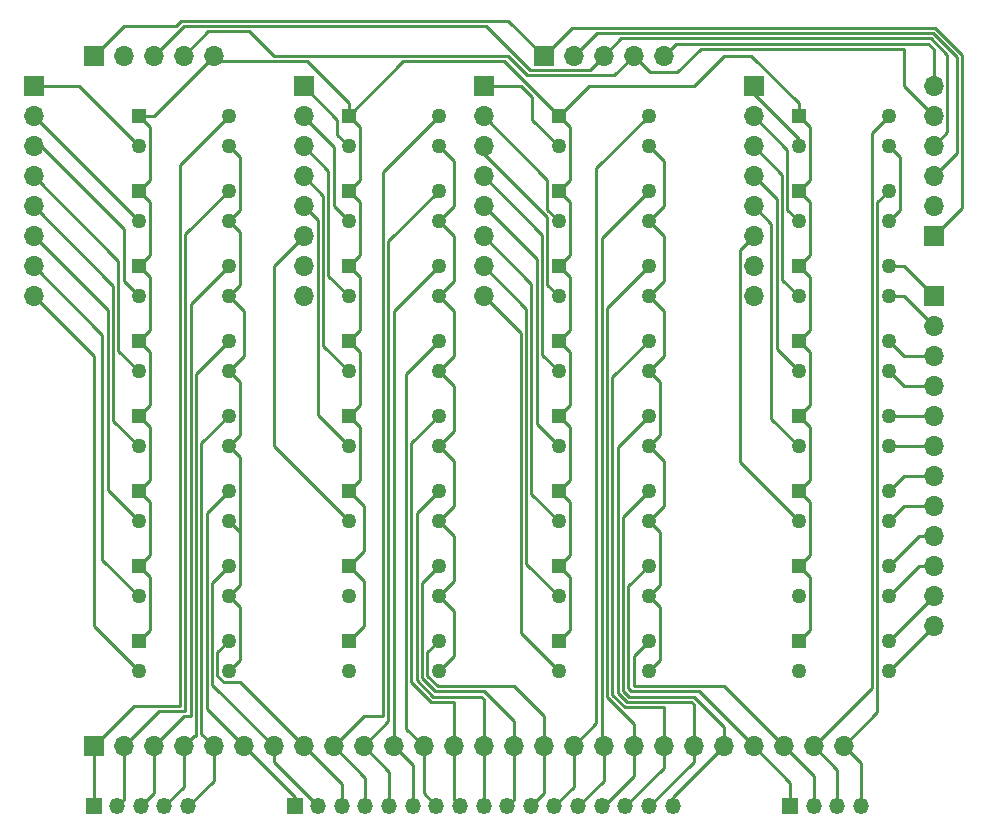
<source format=gbr>
%TF.GenerationSoftware,KiCad,Pcbnew,7.0.1*%
%TF.CreationDate,2023-11-08T17:30:37+01:00*%
%TF.ProjectId,keyboard,6b657962-6f61-4726-942e-6b696361645f,rev?*%
%TF.SameCoordinates,Original*%
%TF.FileFunction,Copper,L1,Top*%
%TF.FilePolarity,Positive*%
%FSLAX46Y46*%
G04 Gerber Fmt 4.6, Leading zero omitted, Abs format (unit mm)*
G04 Created by KiCad (PCBNEW 7.0.1) date 2023-11-08 17:30:37*
%MOMM*%
%LPD*%
G01*
G04 APERTURE LIST*
%TA.AperFunction,ComponentPad*%
%ADD10R,1.260000X1.260000*%
%TD*%
%TA.AperFunction,ComponentPad*%
%ADD11C,1.260000*%
%TD*%
%TA.AperFunction,ComponentPad*%
%ADD12R,1.700000X1.700000*%
%TD*%
%TA.AperFunction,ComponentPad*%
%ADD13O,1.700000X1.700000*%
%TD*%
%TA.AperFunction,ComponentPad*%
%ADD14O,1.350000X1.350000*%
%TD*%
%TA.AperFunction,ComponentPad*%
%ADD15R,1.350000X1.350000*%
%TD*%
%TA.AperFunction,Conductor*%
%ADD16C,0.250000*%
%TD*%
G04 APERTURE END LIST*
D10*
%TO.P,Q30,1*%
%TO.N,Net-(J7-Pin_5)*%
X151130000Y-77470000D03*
D11*
%TO.P,Q30,2*%
%TO.N,Net-(J4-Pin_6)*%
X151130000Y-80010000D03*
%TO.P,Q30,3*%
%TO.N,Net-(J6-Pin_8)*%
X158750000Y-80010000D03*
%TO.P,Q30,4*%
%TO.N,Net-(J6-Pin_7)*%
X158750000Y-77470000D03*
%TD*%
D12*
%TO.P,J4,1,Pin_1*%
%TO.N,Net-(J4-Pin_1)*%
X147320000Y-43180000D03*
D13*
%TO.P,J4,2,Pin_2*%
%TO.N,Net-(J4-Pin_2)*%
X147320000Y-45720000D03*
%TO.P,J4,3,Pin_3*%
%TO.N,Net-(J4-Pin_3)*%
X147320000Y-48260000D03*
%TO.P,J4,4,Pin_4*%
%TO.N,Net-(J4-Pin_4)*%
X147320000Y-50800000D03*
%TO.P,J4,5,Pin_5*%
%TO.N,Net-(J4-Pin_5)*%
X147320000Y-53340000D03*
%TO.P,J4,6,Pin_6*%
%TO.N,Net-(J4-Pin_6)*%
X147320000Y-55880000D03*
%TO.P,J4,7,Pin_7*%
%TO.N,Net-(J4-Pin_7)*%
X147320000Y-58420000D03*
%TO.P,J4,8,Pin_8*%
%TO.N,Net-(J4-Pin_8)*%
X147320000Y-60960000D03*
%TD*%
D12*
%TO.P,J2,1,Pin_1*%
%TO.N,Net-(J2-Pin_1)*%
X109220000Y-43180000D03*
D13*
%TO.P,J2,2,Pin_2*%
%TO.N,Net-(J2-Pin_2)*%
X109220000Y-45720000D03*
%TO.P,J2,3,Pin_3*%
%TO.N,Net-(J2-Pin_3)*%
X109220000Y-48260000D03*
%TO.P,J2,4,Pin_4*%
%TO.N,Net-(J2-Pin_4)*%
X109220000Y-50800000D03*
%TO.P,J2,5,Pin_5*%
%TO.N,Net-(J2-Pin_5)*%
X109220000Y-53340000D03*
%TO.P,J2,6,Pin_6*%
%TO.N,Net-(J2-Pin_6)*%
X109220000Y-55880000D03*
%TO.P,J2,7,Pin_7*%
%TO.N,Net-(J2-Pin_7)*%
X109220000Y-58420000D03*
%TO.P,J2,8,Pin_8*%
%TO.N,Net-(J2-Pin_8)*%
X109220000Y-60960000D03*
%TD*%
D12*
%TO.P,J7,1,Pin_1*%
%TO.N,Net-(J7-Pin_1)*%
X91440000Y-40640000D03*
D13*
%TO.P,J7,2,Pin_2*%
%TO.N,Net-(J7-Pin_2)*%
X93980000Y-40640000D03*
%TO.P,J7,3,Pin_3*%
%TO.N,Net-(J7-Pin_3)*%
X96520000Y-40640000D03*
%TO.P,J7,4,Pin_4*%
%TO.N,Net-(J7-Pin_4)*%
X99060000Y-40640000D03*
%TO.P,J7,5,Pin_5*%
%TO.N,Net-(J7-Pin_5)*%
X101600000Y-40640000D03*
%TD*%
D10*
%TO.P,Q7,1*%
%TO.N,Net-(J7-Pin_5)*%
X95250000Y-83820000D03*
D11*
%TO.P,Q7,2*%
%TO.N,Net-(J1-Pin_7)*%
X95250000Y-86360000D03*
%TO.P,Q7,3*%
%TO.N,Net-(Q1-Pad3)*%
X102870000Y-86360000D03*
%TO.P,Q7,4*%
%TO.N,Net-(J11-Pin_2)*%
X102870000Y-83820000D03*
%TD*%
D12*
%TO.P,J9,1,Pin_1*%
%TO.N,Net-(J7-Pin_1)*%
X162560000Y-55880000D03*
D13*
%TO.P,J9,2,Pin_2*%
%TO.N,Net-(J7-Pin_2)*%
X162560000Y-53340000D03*
%TO.P,J9,3,Pin_3*%
%TO.N,Net-(J8-Pin_2)*%
X162560000Y-50800000D03*
%TO.P,J9,4,Pin_4*%
%TO.N,Net-(J7-Pin_3)*%
X162560000Y-48260000D03*
%TO.P,J9,5,Pin_5*%
%TO.N,Net-(J7-Pin_4)*%
X162560000Y-45720000D03*
%TO.P,J9,6,Pin_6*%
%TO.N,Net-(J7-Pin_5)*%
X162560000Y-43180000D03*
%TD*%
D14*
%TO.P,J12,4,Pin_4*%
%TO.N,Net-(J12-Pin_4)*%
X156400000Y-104140000D03*
%TO.P,J12,3,Pin_3*%
%TO.N,Net-(J12-Pin_3)*%
X154400000Y-104140000D03*
%TO.P,J12,2,Pin_2*%
%TO.N,Net-(J12-Pin_2)*%
X152400000Y-104140000D03*
D15*
%TO.P,J12,1,Pin_1*%
%TO.N,Net-(J12-Pin_1)*%
X150400000Y-104140000D03*
%TD*%
%TO.P,J11,1,Pin_1*%
%TO.N,Net-(J11-Pin_1)*%
X108460000Y-104140000D03*
D14*
%TO.P,J11,2,Pin_2*%
%TO.N,Net-(J11-Pin_2)*%
X110460000Y-104140000D03*
%TO.P,J11,3,Pin_3*%
%TO.N,Net-(J11-Pin_3)*%
X112460000Y-104140000D03*
%TO.P,J11,4,Pin_4*%
%TO.N,Net-(J11-Pin_4)*%
X114460000Y-104140000D03*
%TO.P,J11,5,Pin_5*%
%TO.N,Net-(J11-Pin_5)*%
X116460000Y-104140000D03*
%TO.P,J11,6,Pin_6*%
%TO.N,Net-(J11-Pin_6)*%
X118460000Y-104140000D03*
%TO.P,J11,7,Pin_7*%
%TO.N,Net-(J11-Pin_7)*%
X120460000Y-104140000D03*
%TO.P,J11,8,Pin_8*%
%TO.N,Net-(J11-Pin_8)*%
X122460000Y-104140000D03*
%TO.P,J11,9,Pin_9*%
%TO.N,Net-(J11-Pin_9)*%
X124460000Y-104140000D03*
%TO.P,J11,10,Pin_10*%
%TO.N,Net-(J11-Pin_10)*%
X126460000Y-104140000D03*
%TO.P,J11,11,Pin_11*%
%TO.N,Net-(J11-Pin_11)*%
X128460000Y-104140000D03*
%TO.P,J11,12,Pin_12*%
%TO.N,Net-(J11-Pin_12)*%
X130460000Y-104140000D03*
%TO.P,J11,13,Pin_13*%
%TO.N,Net-(J11-Pin_13)*%
X132460000Y-104140000D03*
%TO.P,J11,14,Pin_14*%
%TO.N,Net-(J11-Pin_14)*%
X134460000Y-104140000D03*
%TO.P,J11,15,Pin_15*%
%TO.N,Net-(J11-Pin_15)*%
X136460000Y-104140000D03*
%TO.P,J11,16,Pin_16*%
%TO.N,Net-(J11-Pin_16)*%
X138460000Y-104140000D03*
%TO.P,J11,17,Pin_17*%
%TO.N,Net-(J11-Pin_17)*%
X140460000Y-104140000D03*
%TD*%
D15*
%TO.P,J10,1,Pin_1*%
%TO.N,Net-(J10-Pin_1)*%
X91440000Y-104140000D03*
D14*
%TO.P,J10,2,Pin_2*%
%TO.N,Net-(J10-Pin_2)*%
X93440000Y-104140000D03*
%TO.P,J10,3,Pin_3*%
%TO.N,Net-(J10-Pin_3)*%
X95440000Y-104140000D03*
%TO.P,J10,4,Pin_4*%
%TO.N,Net-(J10-Pin_4)*%
X97440000Y-104140000D03*
%TO.P,J10,5,Pin_5*%
%TO.N,Net-(J10-Pin_5)*%
X99440000Y-104140000D03*
%TD*%
D12*
%TO.P,J8,1,Pin_1*%
%TO.N,Net-(J7-Pin_1)*%
X129540000Y-40640000D03*
D13*
%TO.P,J8,2,Pin_2*%
%TO.N,Net-(J8-Pin_2)*%
X132080000Y-40640000D03*
%TO.P,J8,3,Pin_3*%
%TO.N,Net-(J7-Pin_3)*%
X134620000Y-40640000D03*
%TO.P,J8,4,Pin_4*%
%TO.N,Net-(J7-Pin_4)*%
X137160000Y-40640000D03*
%TO.P,J8,5,Pin_5*%
%TO.N,Net-(J7-Pin_5)*%
X139700000Y-40640000D03*
%TD*%
D10*
%TO.P,Q17,1*%
%TO.N,Net-(J7-Pin_5)*%
X130810000Y-45720000D03*
D11*
%TO.P,Q17,2*%
%TO.N,Net-(J3-Pin_1)*%
X130810000Y-48260000D03*
%TO.P,Q17,3*%
%TO.N,Net-(Q1-Pad3)*%
X138430000Y-48260000D03*
%TO.P,Q17,4*%
%TO.N,Net-(J11-Pin_12)*%
X138430000Y-45720000D03*
%TD*%
D10*
%TO.P,Q11,1*%
%TO.N,Net-(J7-Pin_5)*%
X113030000Y-58420000D03*
D11*
%TO.P,Q11,2*%
%TO.N,Net-(J2-Pin_3)*%
X113030000Y-60960000D03*
%TO.P,Q11,3*%
%TO.N,Net-(Q1-Pad3)*%
X120650000Y-60960000D03*
%TO.P,Q11,4*%
%TO.N,Net-(J11-Pin_6)*%
X120650000Y-58420000D03*
%TD*%
D10*
%TO.P,Q24,1*%
%TO.N,Net-(J7-Pin_5)*%
X130810000Y-90170000D03*
D11*
%TO.P,Q24,2*%
%TO.N,Net-(J3-Pin_8)*%
X130810000Y-92710000D03*
%TO.P,Q24,3*%
%TO.N,Net-(Q1-Pad3)*%
X138430000Y-92710000D03*
%TO.P,Q24,4*%
%TO.N,Net-(J12-Pin_2)*%
X138430000Y-90170000D03*
%TD*%
D10*
%TO.P,Q20,1*%
%TO.N,Net-(J7-Pin_5)*%
X130810000Y-64770000D03*
D11*
%TO.P,Q20,2*%
%TO.N,Net-(J3-Pin_4)*%
X130810000Y-67310000D03*
%TO.P,Q20,3*%
%TO.N,Net-(Q1-Pad3)*%
X138430000Y-67310000D03*
%TO.P,Q20,4*%
%TO.N,Net-(J11-Pin_15)*%
X138430000Y-64770000D03*
%TD*%
D10*
%TO.P,Q8,1*%
%TO.N,Net-(J7-Pin_5)*%
X95250000Y-90170000D03*
D11*
%TO.P,Q8,2*%
%TO.N,Net-(J1-Pin_8)*%
X95250000Y-92710000D03*
%TO.P,Q8,3*%
%TO.N,Net-(Q1-Pad3)*%
X102870000Y-92710000D03*
%TO.P,Q8,4*%
%TO.N,Net-(J11-Pin_3)*%
X102870000Y-90170000D03*
%TD*%
D10*
%TO.P,Q13,1*%
%TO.N,Net-(J7-Pin_5)*%
X113030000Y-71120000D03*
D11*
%TO.P,Q13,2*%
%TO.N,Net-(J2-Pin_5)*%
X113030000Y-73660000D03*
%TO.P,Q13,3*%
%TO.N,Net-(Q1-Pad3)*%
X120650000Y-73660000D03*
%TO.P,Q13,4*%
%TO.N,Net-(J11-Pin_8)*%
X120650000Y-71120000D03*
%TD*%
D10*
%TO.P,Q2,1*%
%TO.N,Net-(J7-Pin_5)*%
X95250000Y-52070000D03*
D11*
%TO.P,Q2,2*%
%TO.N,Net-(J1-Pin_2)*%
X95250000Y-54610000D03*
%TO.P,Q2,3*%
%TO.N,Net-(Q1-Pad3)*%
X102870000Y-54610000D03*
%TO.P,Q2,4*%
%TO.N,Net-(J10-Pin_2)*%
X102870000Y-52070000D03*
%TD*%
D10*
%TO.P,Q23,1*%
%TO.N,Net-(J7-Pin_5)*%
X130810000Y-83820000D03*
D11*
%TO.P,Q23,2*%
%TO.N,Net-(J3-Pin_7)*%
X130810000Y-86360000D03*
%TO.P,Q23,3*%
%TO.N,Net-(Q1-Pad3)*%
X138430000Y-86360000D03*
%TO.P,Q23,4*%
%TO.N,Net-(J12-Pin_1)*%
X138430000Y-83820000D03*
%TD*%
D10*
%TO.P,Q32,1*%
%TO.N,Net-(J7-Pin_5)*%
X151130000Y-90170000D03*
D11*
%TO.P,Q32,2*%
%TO.N,Net-(J4-Pin_8)*%
X151130000Y-92710000D03*
%TO.P,Q32,3*%
%TO.N,Net-(J6-Pin_12)*%
X158750000Y-92710000D03*
%TO.P,Q32,4*%
%TO.N,Net-(J6-Pin_11)*%
X158750000Y-90170000D03*
%TD*%
D10*
%TO.P,Q28,1*%
%TO.N,Net-(J7-Pin_5)*%
X151130000Y-64770000D03*
D11*
%TO.P,Q28,2*%
%TO.N,Net-(J4-Pin_4)*%
X151130000Y-67310000D03*
%TO.P,Q28,3*%
%TO.N,Net-(J6-Pin_4)*%
X158750000Y-67310000D03*
%TO.P,Q28,4*%
%TO.N,Net-(J6-Pin_3)*%
X158750000Y-64770000D03*
%TD*%
D10*
%TO.P,Q19,1*%
%TO.N,Net-(J7-Pin_5)*%
X130810000Y-58420000D03*
D11*
%TO.P,Q19,2*%
%TO.N,Net-(J3-Pin_3)*%
X130810000Y-60960000D03*
%TO.P,Q19,3*%
%TO.N,Net-(Q1-Pad3)*%
X138430000Y-60960000D03*
%TO.P,Q19,4*%
%TO.N,Net-(J11-Pin_14)*%
X138430000Y-58420000D03*
%TD*%
D10*
%TO.P,Q18,1*%
%TO.N,Net-(J7-Pin_5)*%
X130810000Y-52070000D03*
D11*
%TO.P,Q18,2*%
%TO.N,Net-(J3-Pin_2)*%
X130810000Y-54610000D03*
%TO.P,Q18,3*%
%TO.N,Net-(Q1-Pad3)*%
X138430000Y-54610000D03*
%TO.P,Q18,4*%
%TO.N,Net-(J11-Pin_13)*%
X138430000Y-52070000D03*
%TD*%
D10*
%TO.P,Q6,1*%
%TO.N,Net-(J7-Pin_5)*%
X95250000Y-77470000D03*
D11*
%TO.P,Q6,2*%
%TO.N,Net-(J1-Pin_6)*%
X95250000Y-80010000D03*
%TO.P,Q6,3*%
%TO.N,Net-(Q1-Pad3)*%
X102870000Y-80010000D03*
%TO.P,Q6,4*%
%TO.N,Net-(J11-Pin_1)*%
X102870000Y-77470000D03*
%TD*%
D10*
%TO.P,Q14,1*%
%TO.N,Net-(J7-Pin_5)*%
X113030000Y-77470000D03*
D11*
%TO.P,Q14,2*%
%TO.N,Net-(J2-Pin_6)*%
X113030000Y-80010000D03*
%TO.P,Q14,3*%
%TO.N,Net-(Q1-Pad3)*%
X120650000Y-80010000D03*
%TO.P,Q14,4*%
%TO.N,Net-(J11-Pin_9)*%
X120650000Y-77470000D03*
%TD*%
D10*
%TO.P,Q27,1*%
%TO.N,Net-(J7-Pin_5)*%
X151130000Y-58420000D03*
D11*
%TO.P,Q27,2*%
%TO.N,Net-(J4-Pin_3)*%
X151130000Y-60960000D03*
%TO.P,Q27,3*%
%TO.N,Net-(J6-Pin_2)*%
X158750000Y-60960000D03*
%TO.P,Q27,4*%
%TO.N,Net-(J6-Pin_1)*%
X158750000Y-58420000D03*
%TD*%
D10*
%TO.P,Q25,1*%
%TO.N,Net-(J7-Pin_5)*%
X151130000Y-45720000D03*
D11*
%TO.P,Q25,2*%
%TO.N,Net-(J4-Pin_1)*%
X151130000Y-48260000D03*
%TO.P,Q25,3*%
%TO.N,Net-(Q1-Pad3)*%
X158750000Y-48260000D03*
%TO.P,Q25,4*%
%TO.N,Net-(J12-Pin_3)*%
X158750000Y-45720000D03*
%TD*%
D10*
%TO.P,Q5,1*%
%TO.N,Net-(J7-Pin_5)*%
X95250000Y-71120000D03*
D11*
%TO.P,Q5,2*%
%TO.N,Net-(J1-Pin_5)*%
X95250000Y-73660000D03*
%TO.P,Q5,3*%
%TO.N,Net-(Q1-Pad3)*%
X102870000Y-73660000D03*
%TO.P,Q5,4*%
%TO.N,Net-(J10-Pin_5)*%
X102870000Y-71120000D03*
%TD*%
D10*
%TO.P,Q29,1*%
%TO.N,Net-(J7-Pin_5)*%
X151130000Y-71120000D03*
D11*
%TO.P,Q29,2*%
%TO.N,Net-(J4-Pin_5)*%
X151130000Y-73660000D03*
%TO.P,Q29,3*%
%TO.N,Net-(J6-Pin_6)*%
X158750000Y-73660000D03*
%TO.P,Q29,4*%
%TO.N,Net-(J6-Pin_5)*%
X158750000Y-71120000D03*
%TD*%
D10*
%TO.P,Q21,1*%
%TO.N,Net-(J7-Pin_5)*%
X130810000Y-71120000D03*
D11*
%TO.P,Q21,2*%
%TO.N,Net-(J3-Pin_5)*%
X130810000Y-73660000D03*
%TO.P,Q21,3*%
%TO.N,Net-(Q1-Pad3)*%
X138430000Y-73660000D03*
%TO.P,Q21,4*%
%TO.N,Net-(J11-Pin_16)*%
X138430000Y-71120000D03*
%TD*%
D10*
%TO.P,Q15,1*%
%TO.N,Net-(J7-Pin_5)*%
X113030000Y-83820000D03*
D11*
%TO.P,Q15,2*%
%TO.N,Net-(J2-Pin_7)*%
X113030000Y-86360000D03*
%TO.P,Q15,3*%
%TO.N,Net-(Q1-Pad3)*%
X120650000Y-86360000D03*
%TO.P,Q15,4*%
%TO.N,Net-(J11-Pin_10)*%
X120650000Y-83820000D03*
%TD*%
D10*
%TO.P,Q12,1*%
%TO.N,Net-(J7-Pin_5)*%
X113030000Y-64770000D03*
D11*
%TO.P,Q12,2*%
%TO.N,Net-(J2-Pin_4)*%
X113030000Y-67310000D03*
%TO.P,Q12,3*%
%TO.N,Net-(Q1-Pad3)*%
X120650000Y-67310000D03*
%TO.P,Q12,4*%
%TO.N,Net-(J11-Pin_7)*%
X120650000Y-64770000D03*
%TD*%
D10*
%TO.P,Q4,1*%
%TO.N,Net-(J7-Pin_5)*%
X95250000Y-64770000D03*
D11*
%TO.P,Q4,2*%
%TO.N,Net-(J1-Pin_4)*%
X95250000Y-67310000D03*
%TO.P,Q4,3*%
%TO.N,Net-(Q1-Pad3)*%
X102870000Y-67310000D03*
%TO.P,Q4,4*%
%TO.N,Net-(J10-Pin_4)*%
X102870000Y-64770000D03*
%TD*%
D10*
%TO.P,Q31,1*%
%TO.N,Net-(J7-Pin_5)*%
X151130000Y-83820000D03*
D11*
%TO.P,Q31,2*%
%TO.N,Net-(J4-Pin_7)*%
X151130000Y-86360000D03*
%TO.P,Q31,3*%
%TO.N,Net-(J6-Pin_10)*%
X158750000Y-86360000D03*
%TO.P,Q31,4*%
%TO.N,Net-(J6-Pin_9)*%
X158750000Y-83820000D03*
%TD*%
D10*
%TO.P,Q26,1*%
%TO.N,Net-(J7-Pin_5)*%
X151130000Y-52070000D03*
D11*
%TO.P,Q26,2*%
%TO.N,Net-(J4-Pin_2)*%
X151130000Y-54610000D03*
%TO.P,Q26,3*%
%TO.N,Net-(Q1-Pad3)*%
X158750000Y-54610000D03*
%TO.P,Q26,4*%
%TO.N,Net-(J12-Pin_4)*%
X158750000Y-52070000D03*
%TD*%
D10*
%TO.P,Q22,1*%
%TO.N,Net-(J7-Pin_5)*%
X130810000Y-77470000D03*
D11*
%TO.P,Q22,2*%
%TO.N,Net-(J3-Pin_6)*%
X130810000Y-80010000D03*
%TO.P,Q22,3*%
%TO.N,Net-(Q1-Pad3)*%
X138430000Y-80010000D03*
%TO.P,Q22,4*%
%TO.N,Net-(J11-Pin_17)*%
X138430000Y-77470000D03*
%TD*%
D10*
%TO.P,Q9,1*%
%TO.N,Net-(J7-Pin_5)*%
X113030000Y-45720000D03*
D11*
%TO.P,Q9,2*%
%TO.N,Net-(J2-Pin_1)*%
X113030000Y-48260000D03*
%TO.P,Q9,3*%
%TO.N,Net-(Q1-Pad3)*%
X120650000Y-48260000D03*
%TO.P,Q9,4*%
%TO.N,Net-(J11-Pin_4)*%
X120650000Y-45720000D03*
%TD*%
D10*
%TO.P,Q16,1*%
%TO.N,Net-(J7-Pin_5)*%
X113030000Y-90170000D03*
D11*
%TO.P,Q16,2*%
%TO.N,Net-(J2-Pin_8)*%
X113030000Y-92710000D03*
%TO.P,Q16,3*%
%TO.N,Net-(Q1-Pad3)*%
X120650000Y-92710000D03*
%TO.P,Q16,4*%
%TO.N,Net-(J11-Pin_11)*%
X120650000Y-90170000D03*
%TD*%
D10*
%TO.P,Q3,1*%
%TO.N,Net-(J7-Pin_5)*%
X95250000Y-58420000D03*
D11*
%TO.P,Q3,2*%
%TO.N,Net-(J1-Pin_3)*%
X95250000Y-60960000D03*
%TO.P,Q3,3*%
%TO.N,Net-(Q1-Pad3)*%
X102870000Y-60960000D03*
%TO.P,Q3,4*%
%TO.N,Net-(J10-Pin_3)*%
X102870000Y-58420000D03*
%TD*%
D10*
%TO.P,Q1,1*%
%TO.N,Net-(J7-Pin_5)*%
X95250000Y-45720000D03*
D11*
%TO.P,Q1,2*%
%TO.N,Net-(J1-Pin_1)*%
X95250000Y-48260000D03*
%TO.P,Q1,3*%
%TO.N,Net-(Q1-Pad3)*%
X102870000Y-48260000D03*
%TO.P,Q1,4*%
%TO.N,Net-(J10-Pin_1)*%
X102870000Y-45720000D03*
%TD*%
D10*
%TO.P,Q10,1*%
%TO.N,Net-(J7-Pin_5)*%
X113030000Y-52070000D03*
D11*
%TO.P,Q10,2*%
%TO.N,Net-(J2-Pin_2)*%
X113030000Y-54610000D03*
%TO.P,Q10,3*%
%TO.N,Net-(Q1-Pad3)*%
X120650000Y-54610000D03*
%TO.P,Q10,4*%
%TO.N,Net-(J11-Pin_5)*%
X120650000Y-52070000D03*
%TD*%
D12*
%TO.P,J1,1,Pin_1*%
%TO.N,Net-(J1-Pin_1)*%
X86360000Y-43180000D03*
D13*
%TO.P,J1,2,Pin_2*%
%TO.N,Net-(J1-Pin_2)*%
X86360000Y-45720000D03*
%TO.P,J1,3,Pin_3*%
%TO.N,Net-(J1-Pin_3)*%
X86360000Y-48260000D03*
%TO.P,J1,4,Pin_4*%
%TO.N,Net-(J1-Pin_4)*%
X86360000Y-50800000D03*
%TO.P,J1,5,Pin_5*%
%TO.N,Net-(J1-Pin_5)*%
X86360000Y-53340000D03*
%TO.P,J1,6,Pin_6*%
%TO.N,Net-(J1-Pin_6)*%
X86360000Y-55880000D03*
%TO.P,J1,7,Pin_7*%
%TO.N,Net-(J1-Pin_7)*%
X86360000Y-58420000D03*
%TO.P,J1,8,Pin_8*%
%TO.N,Net-(J1-Pin_8)*%
X86360000Y-60960000D03*
%TD*%
D12*
%TO.P,J5,1,Pin_1*%
%TO.N,Net-(J10-Pin_1)*%
X91440000Y-99060000D03*
D13*
%TO.P,J5,2,Pin_2*%
%TO.N,Net-(J10-Pin_2)*%
X93980000Y-99060000D03*
%TO.P,J5,3,Pin_3*%
%TO.N,Net-(J10-Pin_3)*%
X96520000Y-99060000D03*
%TO.P,J5,4,Pin_4*%
%TO.N,Net-(J10-Pin_4)*%
X99060000Y-99060000D03*
%TO.P,J5,5,Pin_5*%
%TO.N,Net-(J10-Pin_5)*%
X101600000Y-99060000D03*
%TO.P,J5,6,Pin_6*%
%TO.N,Net-(J11-Pin_1)*%
X104140000Y-99060000D03*
%TO.P,J5,7,Pin_7*%
%TO.N,Net-(J11-Pin_2)*%
X106680000Y-99060000D03*
%TO.P,J5,8,Pin_8*%
%TO.N,Net-(J11-Pin_3)*%
X109220000Y-99060000D03*
%TO.P,J5,9,Pin_9*%
%TO.N,Net-(J11-Pin_4)*%
X111760000Y-99060000D03*
%TO.P,J5,10,Pin_10*%
%TO.N,Net-(J11-Pin_5)*%
X114300000Y-99060000D03*
%TO.P,J5,11,Pin_11*%
%TO.N,Net-(J11-Pin_6)*%
X116840000Y-99060000D03*
%TO.P,J5,12,Pin_12*%
%TO.N,Net-(J11-Pin_7)*%
X119380000Y-99060000D03*
%TO.P,J5,13,Pin_13*%
%TO.N,Net-(J11-Pin_8)*%
X121920000Y-99060000D03*
%TO.P,J5,14,Pin_14*%
%TO.N,Net-(J11-Pin_9)*%
X124460000Y-99060000D03*
%TO.P,J5,15,Pin_15*%
%TO.N,Net-(J11-Pin_10)*%
X127000000Y-99060000D03*
%TO.P,J5,16,Pin_16*%
%TO.N,Net-(J11-Pin_11)*%
X129540000Y-99060000D03*
%TO.P,J5,17,Pin_17*%
%TO.N,Net-(J11-Pin_12)*%
X132080000Y-99060000D03*
%TO.P,J5,18,Pin_18*%
%TO.N,Net-(J11-Pin_13)*%
X134620000Y-99060000D03*
%TO.P,J5,19,Pin_19*%
%TO.N,Net-(J11-Pin_14)*%
X137160000Y-99060000D03*
%TO.P,J5,20,Pin_20*%
%TO.N,Net-(J11-Pin_15)*%
X139700000Y-99060000D03*
%TO.P,J5,21,Pin_21*%
%TO.N,Net-(J11-Pin_16)*%
X142240000Y-99060000D03*
%TO.P,J5,22,Pin_22*%
%TO.N,Net-(J11-Pin_17)*%
X144780000Y-99060000D03*
%TO.P,J5,23,Pin_23*%
%TO.N,Net-(J12-Pin_1)*%
X147320000Y-99060000D03*
%TO.P,J5,24,Pin_24*%
%TO.N,Net-(J12-Pin_2)*%
X149860000Y-99060000D03*
%TO.P,J5,25,Pin_25*%
%TO.N,Net-(J12-Pin_3)*%
X152400000Y-99060000D03*
%TO.P,J5,26,Pin_26*%
%TO.N,Net-(J12-Pin_4)*%
X154940000Y-99060000D03*
%TD*%
D12*
%TO.P,J6,1,Pin_1*%
%TO.N,Net-(J6-Pin_1)*%
X162560000Y-60960000D03*
D13*
%TO.P,J6,2,Pin_2*%
%TO.N,Net-(J6-Pin_2)*%
X162560000Y-63500000D03*
%TO.P,J6,3,Pin_3*%
%TO.N,Net-(J6-Pin_3)*%
X162560000Y-66040000D03*
%TO.P,J6,4,Pin_4*%
%TO.N,Net-(J6-Pin_4)*%
X162560000Y-68580000D03*
%TO.P,J6,5,Pin_5*%
%TO.N,Net-(J6-Pin_5)*%
X162560000Y-71120000D03*
%TO.P,J6,6,Pin_6*%
%TO.N,Net-(J6-Pin_6)*%
X162560000Y-73660000D03*
%TO.P,J6,7,Pin_7*%
%TO.N,Net-(J6-Pin_7)*%
X162560000Y-76200000D03*
%TO.P,J6,8,Pin_8*%
%TO.N,Net-(J6-Pin_8)*%
X162560000Y-78740000D03*
%TO.P,J6,9,Pin_9*%
%TO.N,Net-(J6-Pin_9)*%
X162560000Y-81280000D03*
%TO.P,J6,10,Pin_10*%
%TO.N,Net-(J6-Pin_10)*%
X162560000Y-83820000D03*
%TO.P,J6,11,Pin_11*%
%TO.N,Net-(J6-Pin_11)*%
X162560000Y-86360000D03*
%TO.P,J6,12,Pin_12*%
%TO.N,Net-(J6-Pin_12)*%
X162560000Y-88900000D03*
%TD*%
D12*
%TO.P,J3,1,Pin_1*%
%TO.N,Net-(J3-Pin_1)*%
X124460000Y-43180000D03*
D13*
%TO.P,J3,2,Pin_2*%
%TO.N,Net-(J3-Pin_2)*%
X124460000Y-45720000D03*
%TO.P,J3,3,Pin_3*%
%TO.N,Net-(J3-Pin_3)*%
X124460000Y-48260000D03*
%TO.P,J3,4,Pin_4*%
%TO.N,Net-(J3-Pin_4)*%
X124460000Y-50800000D03*
%TO.P,J3,5,Pin_5*%
%TO.N,Net-(J3-Pin_5)*%
X124460000Y-53340000D03*
%TO.P,J3,6,Pin_6*%
%TO.N,Net-(J3-Pin_6)*%
X124460000Y-55880000D03*
%TO.P,J3,7,Pin_7*%
%TO.N,Net-(J3-Pin_7)*%
X124460000Y-58420000D03*
%TO.P,J3,8,Pin_8*%
%TO.N,Net-(J3-Pin_8)*%
X124460000Y-60960000D03*
%TD*%
D16*
%TO.N,Net-(J7-Pin_1)*%
X91440000Y-40640000D02*
X93980000Y-38100000D01*
X126550000Y-37650000D02*
X129540000Y-40640000D01*
X93980000Y-38100000D02*
X98423604Y-38100000D01*
X98423604Y-38100000D02*
X98873604Y-37650000D01*
X98873604Y-37650000D02*
X126550000Y-37650000D01*
%TO.N,Net-(J7-Pin_5)*%
X130810000Y-83820000D02*
X131765000Y-84775000D01*
X131765000Y-84775000D02*
X131765000Y-89215000D01*
X131765000Y-89215000D02*
X130810000Y-90170000D01*
X130810000Y-77470000D02*
X131765000Y-78425000D01*
X131765000Y-78425000D02*
X131765000Y-82865000D01*
X131765000Y-82865000D02*
X130810000Y-83820000D01*
X130810000Y-71120000D02*
X131765000Y-72075000D01*
X131765000Y-72075000D02*
X131765000Y-76515000D01*
X131765000Y-76515000D02*
X130810000Y-77470000D01*
X130810000Y-64770000D02*
X131765000Y-65725000D01*
X131765000Y-65725000D02*
X131765000Y-70165000D01*
X131765000Y-70165000D02*
X130810000Y-71120000D01*
X130810000Y-58420000D02*
X131765000Y-59375000D01*
X131765000Y-59375000D02*
X131765000Y-63815000D01*
X131765000Y-63815000D02*
X130810000Y-64770000D01*
X130810000Y-52070000D02*
X131765000Y-53025000D01*
X131765000Y-53025000D02*
X131765000Y-57465000D01*
X131765000Y-57465000D02*
X130810000Y-58420000D01*
X130810000Y-45720000D02*
X131765000Y-46675000D01*
X131765000Y-46675000D02*
X131765000Y-51115000D01*
X131765000Y-51115000D02*
X130810000Y-52070000D01*
X151130000Y-83820000D02*
X152085000Y-84775000D01*
X152085000Y-84775000D02*
X152085000Y-89215000D01*
X152085000Y-89215000D02*
X151130000Y-90170000D01*
X151130000Y-77470000D02*
X152085000Y-78425000D01*
X152085000Y-78425000D02*
X152085000Y-82865000D01*
X152085000Y-82865000D02*
X151130000Y-83820000D01*
X151130000Y-71120000D02*
X152085000Y-72075000D01*
X152085000Y-72075000D02*
X152085000Y-76515000D01*
X152085000Y-76515000D02*
X151130000Y-77470000D01*
X151130000Y-64770000D02*
X152085000Y-65725000D01*
X152085000Y-65725000D02*
X152085000Y-70165000D01*
X152085000Y-70165000D02*
X151130000Y-71120000D01*
X151130000Y-58420000D02*
X152085000Y-59375000D01*
X152085000Y-59375000D02*
X152085000Y-63815000D01*
X152085000Y-63815000D02*
X151130000Y-64770000D01*
X151130000Y-52070000D02*
X152085000Y-53025000D01*
X152085000Y-57465000D02*
X151130000Y-58420000D01*
X152085000Y-53025000D02*
X152085000Y-57465000D01*
X151130000Y-45720000D02*
X152085000Y-46675000D01*
X152085000Y-46675000D02*
X152085000Y-51115000D01*
X152085000Y-51115000D02*
X151130000Y-52070000D01*
%TO.N,Net-(J4-Pin_6)*%
X147320000Y-55880000D02*
X146145000Y-57055000D01*
X146145000Y-57055000D02*
X146145000Y-75025000D01*
X146145000Y-75025000D02*
X151130000Y-80010000D01*
%TO.N,Net-(J4-Pin_5)*%
X147320000Y-53340000D02*
X148825000Y-54845000D01*
X148825000Y-54845000D02*
X148825000Y-71355000D01*
X148825000Y-71355000D02*
X151130000Y-73660000D01*
%TO.N,Net-(J4-Pin_4)*%
X147320000Y-50800000D02*
X149275000Y-52755000D01*
X149275000Y-52755000D02*
X149275000Y-65455000D01*
X149275000Y-65455000D02*
X151130000Y-67310000D01*
%TO.N,Net-(J4-Pin_3)*%
X147320000Y-48260000D02*
X149725000Y-50665000D01*
X149725000Y-50665000D02*
X149725000Y-59555000D01*
X149725000Y-59555000D02*
X151130000Y-60960000D01*
%TO.N,Net-(J4-Pin_2)*%
X147320000Y-45720000D02*
X150175000Y-48575000D01*
X150175000Y-48575000D02*
X150175000Y-53655000D01*
X150175000Y-53655000D02*
X151130000Y-54610000D01*
%TO.N,Net-(J4-Pin_1)*%
X147320000Y-43180000D02*
X147320000Y-43820000D01*
X147320000Y-43820000D02*
X151130000Y-47630000D01*
X151130000Y-47630000D02*
X151130000Y-48260000D01*
%TO.N,Net-(J3-Pin_8)*%
X124460000Y-60960000D02*
X127605000Y-64105000D01*
X127605000Y-64105000D02*
X127605000Y-89505000D01*
X127605000Y-89505000D02*
X130810000Y-92710000D01*
%TO.N,Net-(J3-Pin_7)*%
X124460000Y-58420000D02*
X128055000Y-62015000D01*
X128055000Y-62015000D02*
X128055000Y-83605000D01*
X128055000Y-83605000D02*
X130810000Y-86360000D01*
%TO.N,Net-(J3-Pin_6)*%
X124460000Y-55880000D02*
X128505000Y-59925000D01*
X128505000Y-77705000D02*
X130810000Y-80010000D01*
X128505000Y-59925000D02*
X128505000Y-77705000D01*
%TO.N,Net-(J3-Pin_5)*%
X124460000Y-53340000D02*
X128955000Y-57835000D01*
X128955000Y-57835000D02*
X128955000Y-71805000D01*
X128955000Y-71805000D02*
X130810000Y-73660000D01*
%TO.N,Net-(J3-Pin_4)*%
X124460000Y-50800000D02*
X129405000Y-55745000D01*
X129405000Y-55745000D02*
X129405000Y-65905000D01*
X129405000Y-65905000D02*
X130810000Y-67310000D01*
%TO.N,Net-(J3-Pin_3)*%
X124460000Y-48260000D02*
X124460000Y-48896396D01*
X124460000Y-48896396D02*
X129855000Y-54291396D01*
X129855000Y-60005000D02*
X130810000Y-60960000D01*
X129855000Y-54291396D02*
X129855000Y-60005000D01*
%TO.N,Net-(J3-Pin_2)*%
X124460000Y-45720000D02*
X129855000Y-51115000D01*
X129855000Y-51115000D02*
X129855000Y-53655000D01*
X129855000Y-53655000D02*
X130810000Y-54610000D01*
%TO.N,Net-(J3-Pin_1)*%
X127633604Y-43180000D02*
X128586802Y-44133198D01*
X124460000Y-43180000D02*
X127633604Y-43180000D01*
X128586802Y-44133198D02*
X128586802Y-46036802D01*
X128586802Y-46036802D02*
X130810000Y-48260000D01*
%TO.N,Net-(J7-Pin_5)*%
X113030000Y-45720000D02*
X117660000Y-41090000D01*
X117660000Y-41090000D02*
X126180000Y-41090000D01*
X126180000Y-41090000D02*
X130810000Y-45720000D01*
X130810000Y-45720000D02*
X133350000Y-43180000D01*
X133350000Y-43180000D02*
X142240000Y-43180000D01*
X142240000Y-43180000D02*
X144780000Y-40640000D01*
X144780000Y-40640000D02*
X147130000Y-40640000D01*
X151130000Y-44640000D02*
X151130000Y-45720000D01*
X147130000Y-40640000D02*
X151130000Y-44640000D01*
X113030000Y-45720000D02*
X113030000Y-44640000D01*
X113030000Y-44640000D02*
X109480000Y-41090000D01*
X109480000Y-41090000D02*
X102050000Y-41090000D01*
X102050000Y-41090000D02*
X101600000Y-40640000D01*
X113030000Y-83820000D02*
X114300000Y-82550000D01*
X114300000Y-82550000D02*
X114300000Y-78740000D01*
X114300000Y-78740000D02*
X113030000Y-77470000D01*
X113030000Y-52070000D02*
X113985000Y-51115000D01*
X113985000Y-51115000D02*
X113985000Y-46675000D01*
X113985000Y-46675000D02*
X113030000Y-45720000D01*
X113030000Y-58420000D02*
X113985000Y-57465000D01*
X113985000Y-53025000D02*
X113030000Y-52070000D01*
X113985000Y-57465000D02*
X113985000Y-53025000D01*
X113030000Y-64770000D02*
X113985000Y-63815000D01*
X113985000Y-63815000D02*
X113985000Y-59375000D01*
X113985000Y-59375000D02*
X113030000Y-58420000D01*
X113030000Y-71120000D02*
X113985000Y-70165000D01*
X113985000Y-70165000D02*
X113985000Y-65725000D01*
X113985000Y-65725000D02*
X113030000Y-64770000D01*
X113030000Y-77470000D02*
X113985000Y-76515000D01*
X113985000Y-76515000D02*
X113985000Y-72075000D01*
X113985000Y-72075000D02*
X113030000Y-71120000D01*
X113030000Y-90170000D02*
X114300000Y-88900000D01*
X114300000Y-88900000D02*
X114300000Y-85090000D01*
X114300000Y-85090000D02*
X113030000Y-83820000D01*
%TO.N,Net-(J2-Pin_6)*%
X109220000Y-55880000D02*
X106680000Y-58420000D01*
X106680000Y-58420000D02*
X106680000Y-73660000D01*
X106680000Y-73660000D02*
X113030000Y-80010000D01*
%TO.N,Net-(J2-Pin_5)*%
X109220000Y-53340000D02*
X110410000Y-54530000D01*
X110410000Y-71040000D02*
X113030000Y-73660000D01*
X110410000Y-54530000D02*
X110410000Y-71040000D01*
%TO.N,Net-(J2-Pin_4)*%
X109220000Y-50800000D02*
X110860000Y-52440000D01*
X110860000Y-52440000D02*
X110860000Y-65140000D01*
X110860000Y-65140000D02*
X113030000Y-67310000D01*
%TO.N,Net-(J2-Pin_3)*%
X109220000Y-48260000D02*
X111310000Y-50350000D01*
X111310000Y-50350000D02*
X111310000Y-59240000D01*
X111310000Y-59240000D02*
X113030000Y-60960000D01*
%TO.N,Net-(J2-Pin_2)*%
X111760000Y-48340574D02*
X111760000Y-53340000D01*
X109220000Y-45800574D02*
X111760000Y-48340574D01*
X109220000Y-45720000D02*
X109220000Y-45800574D01*
X111760000Y-53340000D02*
X113030000Y-54610000D01*
%TO.N,Net-(J2-Pin_1)*%
X109220000Y-43180000D02*
X112075000Y-46035000D01*
X112075000Y-47305000D02*
X113030000Y-48260000D01*
X112075000Y-46035000D02*
X112075000Y-47305000D01*
%TO.N,Net-(J7-Pin_5)*%
X95250000Y-45720000D02*
X96520000Y-45720000D01*
X96520000Y-45720000D02*
X101600000Y-40640000D01*
%TO.N,Net-(J7-Pin_4)*%
X99060000Y-40640000D02*
X101150000Y-38550000D01*
X101150000Y-38550000D02*
X104590000Y-38550000D01*
X104590000Y-38550000D02*
X106680000Y-40640000D01*
X106680000Y-40640000D02*
X126550000Y-40640000D01*
X126550000Y-40640000D02*
X128175000Y-42265000D01*
X128175000Y-42265000D02*
X135535000Y-42265000D01*
X135535000Y-42265000D02*
X137160000Y-40640000D01*
%TO.N,Net-(J7-Pin_3)*%
X134620000Y-40640000D02*
X133445000Y-41815000D01*
X133445000Y-41815000D02*
X128365000Y-41815000D01*
X128365000Y-41815000D02*
X124650000Y-38100000D01*
X124650000Y-38100000D02*
X99060000Y-38100000D01*
X99060000Y-38100000D02*
X96520000Y-40640000D01*
%TO.N,Net-(J7-Pin_5)*%
X95250000Y-52070000D02*
X96205000Y-51115000D01*
X96205000Y-51115000D02*
X96205000Y-46675000D01*
X96205000Y-46675000D02*
X95250000Y-45720000D01*
X95250000Y-58420000D02*
X96205000Y-57465000D01*
X96205000Y-57465000D02*
X96205000Y-53025000D01*
X96205000Y-53025000D02*
X95250000Y-52070000D01*
X95250000Y-64770000D02*
X96205000Y-63815000D01*
X96205000Y-63815000D02*
X96205000Y-59375000D01*
X96205000Y-59375000D02*
X95250000Y-58420000D01*
X95250000Y-71120000D02*
X96205000Y-70165000D01*
X96205000Y-70165000D02*
X96205000Y-65725000D01*
X96205000Y-65725000D02*
X95250000Y-64770000D01*
X95250000Y-77470000D02*
X96205000Y-76515000D01*
X96205000Y-76515000D02*
X96205000Y-72075000D01*
X96205000Y-72075000D02*
X95250000Y-71120000D01*
X95250000Y-83820000D02*
X96205000Y-82865000D01*
X96205000Y-82865000D02*
X96205000Y-78425000D01*
X96205000Y-78425000D02*
X95250000Y-77470000D01*
X95250000Y-90170000D02*
X96205000Y-89215000D01*
X96205000Y-89215000D02*
X96205000Y-84775000D01*
X96205000Y-84775000D02*
X95250000Y-83820000D01*
%TO.N,Net-(J1-Pin_8)*%
X86360000Y-60960000D02*
X91440000Y-66040000D01*
X91440000Y-66040000D02*
X91440000Y-88900000D01*
X91440000Y-88900000D02*
X95250000Y-92710000D01*
%TO.N,Net-(J1-Pin_7)*%
X86360000Y-58420000D02*
X92180000Y-64240000D01*
X92180000Y-64240000D02*
X92180000Y-83290000D01*
X92180000Y-83290000D02*
X95250000Y-86360000D01*
%TO.N,Net-(J1-Pin_6)*%
X86360000Y-55880000D02*
X92630000Y-62150000D01*
X92630000Y-62150000D02*
X92630000Y-77390000D01*
X92630000Y-77390000D02*
X95250000Y-80010000D01*
%TO.N,Net-(J1-Pin_5)*%
X86360000Y-53340000D02*
X93080000Y-60060000D01*
X93080000Y-60060000D02*
X93080000Y-71490000D01*
X93080000Y-71490000D02*
X95250000Y-73660000D01*
%TO.N,Net-(J1-Pin_4)*%
X86360000Y-50800000D02*
X93530000Y-57970000D01*
X93530000Y-57970000D02*
X93530000Y-65590000D01*
X93530000Y-65590000D02*
X95250000Y-67310000D01*
%TO.N,Net-(J1-Pin_3)*%
X86360000Y-48260000D02*
X87000000Y-48260000D01*
X87000000Y-48260000D02*
X93980000Y-55240000D01*
X93980000Y-55240000D02*
X93980000Y-59690000D01*
X93980000Y-59690000D02*
X95250000Y-60960000D01*
%TO.N,Net-(J1-Pin_2)*%
X86360000Y-45720000D02*
X95250000Y-54610000D01*
%TO.N,Net-(J1-Pin_1)*%
X86360000Y-43180000D02*
X90170000Y-43180000D01*
X90170000Y-43180000D02*
X95250000Y-48260000D01*
%TO.N,Net-(J7-Pin_4)*%
X137160000Y-40640000D02*
X138525000Y-42005000D01*
X138525000Y-42005000D02*
X140875000Y-42005000D01*
X142855000Y-40025000D02*
X160020000Y-40025000D01*
X160020000Y-43180000D02*
X162560000Y-45720000D01*
X140875000Y-42005000D02*
X142855000Y-40025000D01*
X160020000Y-40025000D02*
X160020000Y-43180000D01*
%TO.N,Net-(J7-Pin_5)*%
X162560000Y-40009188D02*
X162560000Y-43180000D01*
X162125812Y-39575000D02*
X162560000Y-40009188D01*
X139700000Y-40640000D02*
X140765000Y-39575000D01*
X140765000Y-39575000D02*
X162125812Y-39575000D01*
%TO.N,Net-(J7-Pin_3)*%
X136135000Y-39125000D02*
X162312208Y-39125000D01*
X134620000Y-40640000D02*
X136135000Y-39125000D01*
X162312208Y-39125000D02*
X163735000Y-40547792D01*
X163735000Y-40547792D02*
X163735000Y-47085000D01*
X163735000Y-47085000D02*
X162560000Y-48260000D01*
%TO.N,Net-(J8-Pin_2)*%
X132080000Y-40640000D02*
X134045000Y-38675000D01*
X134045000Y-38675000D02*
X162498604Y-38675000D01*
X162498604Y-38675000D02*
X164525000Y-40701396D01*
X164525000Y-40701396D02*
X164525000Y-48835000D01*
X164525000Y-48835000D02*
X162560000Y-50800000D01*
%TO.N,Net-(J7-Pin_1)*%
X129540000Y-40640000D02*
X131955000Y-38225000D01*
X164975000Y-53465000D02*
X162560000Y-55880000D01*
X131955000Y-38225000D02*
X162685000Y-38225000D01*
X162685000Y-38225000D02*
X164975000Y-40515000D01*
X164975000Y-40515000D02*
X164975000Y-53465000D01*
%TO.N,Net-(J10-Pin_1)*%
X102870000Y-45720000D02*
X98765000Y-49825000D01*
X98765000Y-49825000D02*
X98765000Y-95620000D01*
X98765000Y-95620000D02*
X94880000Y-95620000D01*
X94880000Y-95620000D02*
X91440000Y-99060000D01*
%TO.N,Net-(J10-Pin_2)*%
X99215000Y-55725000D02*
X99215000Y-96070000D01*
X96970000Y-96070000D02*
X93980000Y-99060000D01*
X102870000Y-52070000D02*
X99215000Y-55725000D01*
X99215000Y-96070000D02*
X96970000Y-96070000D01*
%TO.N,Net-(J10-Pin_3)*%
X99665000Y-61625000D02*
X99665000Y-96520000D01*
X102870000Y-58420000D02*
X99665000Y-61625000D01*
X99665000Y-96520000D02*
X99060000Y-96520000D01*
X99060000Y-96520000D02*
X96520000Y-99060000D01*
%TO.N,Net-(J10-Pin_4)*%
X100115000Y-67525000D02*
X100115000Y-98211396D01*
X102870000Y-64770000D02*
X100115000Y-67525000D01*
X100115000Y-98211396D02*
X99908604Y-98211396D01*
X99908604Y-98211396D02*
X99060000Y-99060000D01*
%TO.N,Net-(J10-Pin_5)*%
X102870000Y-71120000D02*
X100565000Y-73425000D01*
X100565000Y-73425000D02*
X100565000Y-98025000D01*
X100565000Y-98025000D02*
X101600000Y-99060000D01*
%TO.N,Net-(J11-Pin_1)*%
X102870000Y-77470000D02*
X101015000Y-79325000D01*
X101015000Y-79325000D02*
X101015000Y-95935000D01*
X101015000Y-95935000D02*
X104140000Y-99060000D01*
%TO.N,Net-(J11-Pin_2)*%
X102870000Y-83820000D02*
X101465000Y-85225000D01*
X101465000Y-85225000D02*
X101465000Y-93845000D01*
X101465000Y-93845000D02*
X106680000Y-99060000D01*
%TO.N,Net-(J11-Pin_3)*%
X103825000Y-93665000D02*
X109220000Y-99060000D01*
X102474426Y-93665000D02*
X103825000Y-93665000D01*
X101915000Y-93105574D02*
X102474426Y-93665000D01*
X101915000Y-91125000D02*
X101915000Y-93105574D01*
X102870000Y-90170000D02*
X101915000Y-91125000D01*
%TO.N,Net-(J11-Pin_4)*%
X115940000Y-50430000D02*
X115940000Y-96520000D01*
X120650000Y-45720000D02*
X115940000Y-50430000D01*
X115940000Y-96520000D02*
X114300000Y-96520000D01*
X114300000Y-96520000D02*
X111760000Y-99060000D01*
%TO.N,Net-(J11-Pin_5)*%
X120650000Y-52070000D02*
X116390000Y-56330000D01*
X116390000Y-56330000D02*
X116390000Y-96970000D01*
X116390000Y-96970000D02*
X114300000Y-99060000D01*
%TO.N,Net-(J11-Pin_6)*%
X120650000Y-58420000D02*
X116840000Y-62230000D01*
X116840000Y-62230000D02*
X116840000Y-99060000D01*
%TO.N,Net-(J11-Pin_7)*%
X117895000Y-97575000D02*
X119380000Y-99060000D01*
X117895000Y-67525000D02*
X117895000Y-97575000D01*
X120650000Y-64770000D02*
X117895000Y-67525000D01*
%TO.N,Net-(J11-Pin_8)*%
X120010238Y-95330000D02*
X121920000Y-95330000D01*
X118345000Y-93664762D02*
X120010238Y-95330000D01*
X118345000Y-73425000D02*
X118345000Y-93664762D01*
X120650000Y-71120000D02*
X118345000Y-73425000D01*
X121920000Y-95330000D02*
X121920000Y-99060000D01*
%TO.N,Net-(J11-Pin_9)*%
X118795000Y-93478366D02*
X120196634Y-94880000D01*
X118795000Y-79325000D02*
X118795000Y-93478366D01*
X120196634Y-94880000D02*
X124273604Y-94880000D01*
X120650000Y-77470000D02*
X118795000Y-79325000D01*
X124273604Y-94880000D02*
X124460000Y-95066396D01*
X124460000Y-95066396D02*
X124460000Y-99060000D01*
%TO.N,Net-(J11-Pin_10)*%
X120383030Y-94430000D02*
X124460000Y-94430000D01*
X119245000Y-93291970D02*
X120383030Y-94430000D01*
X119245000Y-85225000D02*
X119245000Y-93291970D01*
X120650000Y-83820000D02*
X119245000Y-85225000D01*
X124460000Y-94430000D02*
X127000000Y-96970000D01*
X127000000Y-96970000D02*
X127000000Y-99060000D01*
%TO.N,Net-(J11-Pin_11)*%
X120569426Y-93980000D02*
X127000000Y-93980000D01*
X119695000Y-93105574D02*
X120569426Y-93980000D01*
X119695000Y-91125000D02*
X119695000Y-93105574D01*
X120650000Y-90170000D02*
X119695000Y-91125000D01*
X127000000Y-93980000D02*
X129540000Y-96520000D01*
X129540000Y-96520000D02*
X129540000Y-99060000D01*
%TO.N,Net-(J11-Pin_12)*%
X138430000Y-45720000D02*
X134010000Y-50140000D01*
X134010000Y-50140000D02*
X134010000Y-97130000D01*
X134010000Y-97130000D02*
X132080000Y-99060000D01*
%TO.N,Net-(J11-Pin_13)*%
X138430000Y-52070000D02*
X134460000Y-56040000D01*
X134460000Y-56040000D02*
X134460000Y-98900000D01*
%TO.N,Net-(J11-Pin_14)*%
X138430000Y-58420000D02*
X134910000Y-61940000D01*
X134910000Y-94911980D02*
X137160000Y-97161980D01*
X134910000Y-61940000D02*
X134910000Y-94911980D01*
X137160000Y-97161980D02*
X137160000Y-99060000D01*
%TO.N,Net-(J11-Pin_15)*%
X138430000Y-64770000D02*
X135360000Y-67840000D01*
X135360000Y-67840000D02*
X135360000Y-94725584D01*
X135360000Y-94725584D02*
X136414416Y-95780000D01*
X136414416Y-95780000D02*
X139700000Y-95780000D01*
X139700000Y-95780000D02*
X139700000Y-99060000D01*
%TO.N,Net-(Q1-Pad3)*%
X138430000Y-54610000D02*
X139700000Y-53340000D01*
X139700000Y-53340000D02*
X139700000Y-49530000D01*
X139700000Y-49530000D02*
X138430000Y-48260000D01*
X138430000Y-60960000D02*
X139700000Y-59690000D01*
X139700000Y-59690000D02*
X139700000Y-55880000D01*
X139700000Y-55880000D02*
X138430000Y-54610000D01*
X138430000Y-67310000D02*
X139700000Y-66040000D01*
X139700000Y-66040000D02*
X139700000Y-62230000D01*
X139700000Y-62230000D02*
X138430000Y-60960000D01*
X138430000Y-73660000D02*
X139385000Y-72705000D01*
X139385000Y-72705000D02*
X139385000Y-68265000D01*
X139385000Y-68265000D02*
X138430000Y-67310000D01*
%TO.N,Net-(J11-Pin_16)*%
X138430000Y-71120000D02*
X135810000Y-73740000D01*
X142053604Y-95330000D02*
X142240000Y-95516396D01*
X135810000Y-73740000D02*
X135810000Y-94539188D01*
X135810000Y-94539188D02*
X136600812Y-95330000D01*
X136600812Y-95330000D02*
X142053604Y-95330000D01*
X142240000Y-95516396D02*
X142240000Y-99060000D01*
%TO.N,Net-(J11-Pin_17)*%
X136787208Y-94880000D02*
X142240000Y-94880000D01*
X136260000Y-79640000D02*
X136260000Y-94352792D01*
X136260000Y-94352792D02*
X136787208Y-94880000D01*
X138430000Y-77470000D02*
X136260000Y-79640000D01*
X142240000Y-94880000D02*
X144780000Y-97420000D01*
X144780000Y-97420000D02*
X144780000Y-99060000D01*
%TO.N,Net-(Q1-Pad3)*%
X138430000Y-80010000D02*
X139700000Y-78740000D01*
X139700000Y-78740000D02*
X139700000Y-74930000D01*
X139700000Y-74930000D02*
X138430000Y-73660000D01*
X138430000Y-86360000D02*
X139385000Y-85405000D01*
X139385000Y-85405000D02*
X139385000Y-80965000D01*
X139385000Y-80965000D02*
X138430000Y-80010000D01*
X138430000Y-92710000D02*
X139385000Y-91755000D01*
X139385000Y-87315000D02*
X138430000Y-86360000D01*
X139385000Y-91755000D02*
X139385000Y-87315000D01*
%TO.N,Net-(J12-Pin_1)*%
X138430000Y-83820000D02*
X136710000Y-85540000D01*
X142690000Y-94430000D02*
X147320000Y-99060000D01*
X136710000Y-85540000D02*
X136710000Y-94166396D01*
X136710000Y-94166396D02*
X136973604Y-94430000D01*
X136973604Y-94430000D02*
X142690000Y-94430000D01*
%TO.N,Net-(Q1-Pad3)*%
X158750000Y-54610000D02*
X159705000Y-53655000D01*
X159705000Y-53655000D02*
X159705000Y-49215000D01*
X159705000Y-49215000D02*
X158750000Y-48260000D01*
%TO.N,Net-(J12-Pin_3)*%
X158750000Y-45720000D02*
X157345000Y-47125000D01*
X157345000Y-47125000D02*
X157345000Y-94115000D01*
X157345000Y-94115000D02*
X152400000Y-99060000D01*
%TO.N,Net-(J12-Pin_4)*%
X158750000Y-52070000D02*
X157795000Y-53025000D01*
X157795000Y-53025000D02*
X157795000Y-96205000D01*
X157795000Y-96205000D02*
X154940000Y-99060000D01*
%TO.N,Net-(J6-Pin_1)*%
X158750000Y-58420000D02*
X160020000Y-58420000D01*
X160020000Y-58420000D02*
X162560000Y-60960000D01*
%TO.N,Net-(J6-Pin_2)*%
X158750000Y-60960000D02*
X160020000Y-60960000D01*
X160020000Y-60960000D02*
X162560000Y-63500000D01*
%TO.N,Net-(J6-Pin_3)*%
X158750000Y-64770000D02*
X160020000Y-66040000D01*
X160020000Y-66040000D02*
X162560000Y-66040000D01*
%TO.N,Net-(J6-Pin_4)*%
X158750000Y-67310000D02*
X160020000Y-68580000D01*
X160020000Y-68580000D02*
X162560000Y-68580000D01*
%TO.N,Net-(J6-Pin_5)*%
X158750000Y-71120000D02*
X162560000Y-71120000D01*
%TO.N,Net-(J6-Pin_6)*%
X158750000Y-73660000D02*
X162560000Y-73660000D01*
%TO.N,Net-(J6-Pin_7)*%
X158750000Y-77470000D02*
X160020000Y-76200000D01*
X160020000Y-76200000D02*
X162560000Y-76200000D01*
%TO.N,Net-(J6-Pin_8)*%
X158750000Y-80010000D02*
X160020000Y-78740000D01*
X160020000Y-78740000D02*
X162560000Y-78740000D01*
%TO.N,Net-(J6-Pin_9)*%
X158750000Y-83820000D02*
X161290000Y-81280000D01*
X161290000Y-81280000D02*
X162560000Y-81280000D01*
%TO.N,Net-(J6-Pin_10)*%
X158750000Y-86360000D02*
X161290000Y-83820000D01*
X161290000Y-83820000D02*
X162560000Y-83820000D01*
%TO.N,Net-(J6-Pin_11)*%
X158750000Y-90170000D02*
X162560000Y-86360000D01*
%TO.N,Net-(J6-Pin_12)*%
X158750000Y-92710000D02*
X162560000Y-88900000D01*
%TO.N,Net-(J12-Pin_2)*%
X137160000Y-91440000D02*
X137160000Y-93980000D01*
X137160000Y-93980000D02*
X144780000Y-93980000D01*
X138430000Y-90170000D02*
X137160000Y-91440000D01*
X144780000Y-93980000D02*
X149860000Y-99060000D01*
X152400000Y-101600000D02*
X152400000Y-104140000D01*
X149860000Y-99060000D02*
X152400000Y-101600000D01*
%TO.N,Net-(J12-Pin_1)*%
X147320000Y-99060000D02*
X150400000Y-102140000D01*
X150400000Y-102140000D02*
X150400000Y-104140000D01*
%TO.N,Net-(J11-Pin_17)*%
X144780000Y-99060000D02*
X140460000Y-103380000D01*
X140460000Y-103380000D02*
X140460000Y-104140000D01*
%TO.N,Net-(J11-Pin_15)*%
X139700000Y-99060000D02*
X139700000Y-100900000D01*
X139700000Y-100900000D02*
X136460000Y-104140000D01*
%TO.N,Net-(J11-Pin_7)*%
X119380000Y-99060000D02*
X119380000Y-103060000D01*
X119380000Y-103060000D02*
X120460000Y-104140000D01*
%TO.N,Net-(J11-Pin_6)*%
X116840000Y-99060000D02*
X118460000Y-100680000D01*
X118460000Y-100680000D02*
X118460000Y-104140000D01*
%TO.N,Net-(J11-Pin_5)*%
X114300000Y-99060000D02*
X116460000Y-101220000D01*
X116460000Y-101220000D02*
X116460000Y-104140000D01*
%TO.N,Net-(J11-Pin_3)*%
X109220000Y-99060000D02*
X112460000Y-102300000D01*
X112460000Y-102300000D02*
X112460000Y-104140000D01*
%TO.N,Net-(J11-Pin_2)*%
X106680000Y-99060000D02*
X106680000Y-100360000D01*
X106680000Y-100360000D02*
X110460000Y-104140000D01*
%TO.N,Net-(J12-Pin_4)*%
X154940000Y-99060000D02*
X156400000Y-100520000D01*
X156400000Y-100520000D02*
X156400000Y-104140000D01*
%TO.N,Net-(J12-Pin_3)*%
X152400000Y-99060000D02*
X154400000Y-101060000D01*
X154400000Y-101060000D02*
X154400000Y-104140000D01*
%TO.N,Net-(J11-Pin_16)*%
X142240000Y-99060000D02*
X142240000Y-100360000D01*
X142240000Y-100360000D02*
X138460000Y-104140000D01*
%TO.N,Net-(J11-Pin_14)*%
X137160000Y-101600000D02*
X134620000Y-104140000D01*
X137160000Y-99060000D02*
X137160000Y-101600000D01*
%TO.N,Net-(J11-Pin_13)*%
X134620000Y-99060000D02*
X134620000Y-101980000D01*
X134620000Y-101980000D02*
X132460000Y-104140000D01*
%TO.N,Net-(J11-Pin_12)*%
X132080000Y-99060000D02*
X132080000Y-102520000D01*
X132080000Y-102520000D02*
X130460000Y-104140000D01*
%TO.N,Net-(J11-Pin_11)*%
X129540000Y-99060000D02*
X129540000Y-103060000D01*
X129540000Y-103060000D02*
X128460000Y-104140000D01*
%TO.N,Net-(J11-Pin_9)*%
X124460000Y-99060000D02*
X124460000Y-104140000D01*
%TO.N,Net-(J11-Pin_10)*%
X127000000Y-99060000D02*
X127000000Y-103600000D01*
X127000000Y-103600000D02*
X126460000Y-104140000D01*
%TO.N,Net-(J11-Pin_8)*%
X121920000Y-99060000D02*
X121920000Y-103600000D01*
X121920000Y-103600000D02*
X122460000Y-104140000D01*
%TO.N,Net-(J11-Pin_4)*%
X111760000Y-99060000D02*
X114460000Y-101760000D01*
X114460000Y-101760000D02*
X114460000Y-104140000D01*
%TO.N,Net-(J11-Pin_1)*%
X104140000Y-99060000D02*
X108460000Y-103380000D01*
X108460000Y-103380000D02*
X108460000Y-104140000D01*
%TO.N,Net-(J10-Pin_5)*%
X101600000Y-99060000D02*
X101600000Y-101980000D01*
X101600000Y-101980000D02*
X99440000Y-104140000D01*
%TO.N,Net-(J10-Pin_4)*%
X99060000Y-99060000D02*
X99060000Y-102520000D01*
X99060000Y-102520000D02*
X97440000Y-104140000D01*
%TO.N,Net-(J10-Pin_3)*%
X96520000Y-99060000D02*
X96520000Y-103060000D01*
X96520000Y-103060000D02*
X95440000Y-104140000D01*
%TO.N,Net-(J10-Pin_2)*%
X93980000Y-99060000D02*
X93980000Y-103600000D01*
X93980000Y-103600000D02*
X93440000Y-104140000D01*
%TO.N,Net-(J10-Pin_1)*%
X91440000Y-99060000D02*
X91440000Y-104140000D01*
%TO.N,Net-(Q1-Pad3)*%
X120650000Y-54610000D02*
X121920000Y-53340000D01*
X121920000Y-53340000D02*
X121920000Y-49530000D01*
X121920000Y-49530000D02*
X120650000Y-48260000D01*
X120650000Y-60960000D02*
X121920000Y-59690000D01*
X121920000Y-59690000D02*
X121920000Y-55880000D01*
X121920000Y-55880000D02*
X120650000Y-54610000D01*
X120650000Y-67310000D02*
X121920000Y-66040000D01*
X121920000Y-66040000D02*
X121920000Y-62230000D01*
X121920000Y-62230000D02*
X120650000Y-60960000D01*
X120650000Y-73660000D02*
X121920000Y-72390000D01*
X121920000Y-72390000D02*
X121920000Y-68580000D01*
X121920000Y-68580000D02*
X120650000Y-67310000D01*
X120650000Y-80010000D02*
X121920000Y-78740000D01*
X121920000Y-78740000D02*
X121920000Y-74930000D01*
X121920000Y-74930000D02*
X120650000Y-73660000D01*
X120650000Y-86360000D02*
X121920000Y-85090000D01*
X121920000Y-85090000D02*
X121920000Y-81280000D01*
X121920000Y-81280000D02*
X120650000Y-80010000D01*
X120650000Y-92710000D02*
X121920000Y-91440000D01*
X121920000Y-91440000D02*
X121920000Y-87630000D01*
X121920000Y-87630000D02*
X120650000Y-86360000D01*
X102870000Y-54610000D02*
X103825000Y-53655000D01*
X103825000Y-53655000D02*
X103825000Y-49215000D01*
X103825000Y-49215000D02*
X102870000Y-48260000D01*
X102870000Y-60960000D02*
X103825000Y-60005000D01*
X103825000Y-60005000D02*
X103825000Y-55565000D01*
X103825000Y-55565000D02*
X102870000Y-54610000D01*
X102870000Y-67310000D02*
X104140000Y-66040000D01*
X104140000Y-66040000D02*
X104140000Y-62230000D01*
X104140000Y-62230000D02*
X102870000Y-60960000D01*
X102870000Y-73660000D02*
X103825000Y-72705000D01*
X103825000Y-72705000D02*
X103825000Y-68265000D01*
X103825000Y-68265000D02*
X102870000Y-67310000D01*
X103825000Y-81280000D02*
X103825000Y-80965000D01*
X103825000Y-85405000D02*
X103825000Y-81280000D01*
X103825000Y-81280000D02*
X103825000Y-74615000D01*
X103825000Y-74615000D02*
X102870000Y-73660000D01*
X102870000Y-86360000D02*
X103825000Y-85405000D01*
X103825000Y-80965000D02*
X102870000Y-80010000D01*
X102870000Y-92710000D02*
X103825000Y-91755000D01*
X103825000Y-91755000D02*
X103825000Y-87315000D01*
X103825000Y-87315000D02*
X102870000Y-86360000D01*
%TD*%
M02*

</source>
